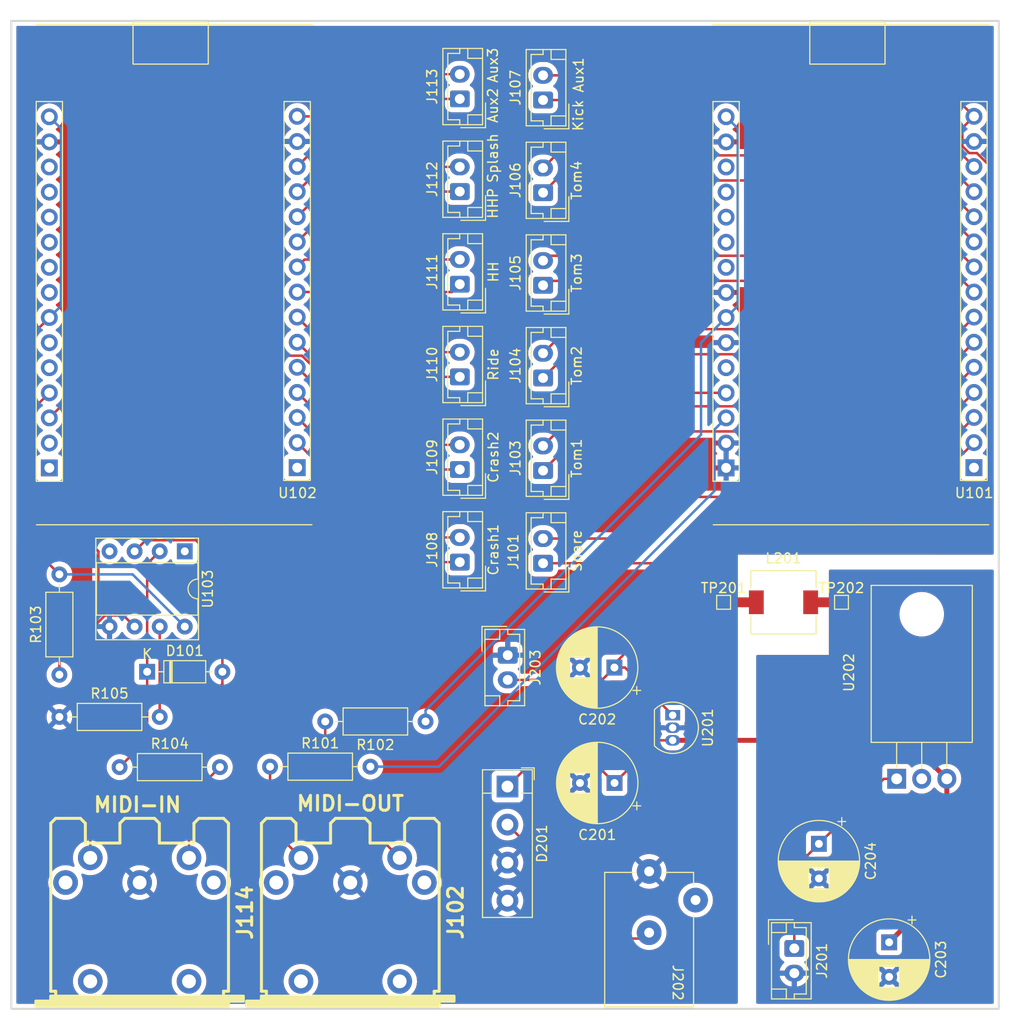
<source format=kicad_pcb>
(kicad_pcb (version 20211014) (generator pcbnew)

  (general
    (thickness 1.6)
  )

  (paper "USLetter")
  (title_block
    (title "Trigger Module")
    (date "2024-01-24")
    (rev "1")
  )

  (layers
    (0 "F.Cu" signal)
    (31 "B.Cu" signal)
    (32 "B.Adhes" user "B.Adhesive")
    (33 "F.Adhes" user "F.Adhesive")
    (34 "B.Paste" user)
    (35 "F.Paste" user)
    (36 "B.SilkS" user "B.Silkscreen")
    (37 "F.SilkS" user "F.Silkscreen")
    (38 "B.Mask" user)
    (39 "F.Mask" user)
    (40 "Dwgs.User" user "User.Drawings")
    (41 "Cmts.User" user "User.Comments")
    (42 "Eco1.User" user "User.Eco1")
    (43 "Eco2.User" user "User.Eco2")
    (44 "Edge.Cuts" user)
    (45 "Margin" user)
    (46 "B.CrtYd" user "B.Courtyard")
    (47 "F.CrtYd" user "F.Courtyard")
    (48 "B.Fab" user)
    (49 "F.Fab" user)
    (50 "User.1" user)
    (51 "User.2" user)
    (52 "User.3" user)
    (53 "User.4" user)
    (54 "User.5" user)
    (55 "User.6" user)
    (56 "User.7" user)
    (57 "User.8" user)
    (58 "User.9" user)
  )

  (setup
    (pad_to_mask_clearance 0)
    (pcbplotparams
      (layerselection 0x00010fc_ffffffff)
      (disableapertmacros false)
      (usegerberextensions false)
      (usegerberattributes true)
      (usegerberadvancedattributes true)
      (creategerberjobfile true)
      (svguseinch false)
      (svgprecision 6)
      (excludeedgelayer true)
      (plotframeref false)
      (viasonmask false)
      (mode 1)
      (useauxorigin false)
      (hpglpennumber 1)
      (hpglpenspeed 20)
      (hpglpendiameter 15.000000)
      (dxfpolygonmode true)
      (dxfimperialunits true)
      (dxfusepcbnewfont true)
      (psnegative false)
      (psa4output false)
      (plotreference true)
      (plotvalue true)
      (plotinvisibletext false)
      (sketchpadsonfab false)
      (subtractmaskfromsilk false)
      (outputformat 1)
      (mirror false)
      (drillshape 1)
      (scaleselection 1)
      (outputdirectory "")
    )
  )

  (net 0 "")
  (net 1 "Net-(D101-Pad2)")
  (net 2 "Net-(J102-Pad5)")
  (net 3 "unconnected-(J102-Pad1)")
  (net 4 "Net-(J102-Pad4)")
  (net 5 "unconnected-(J102-Pad3)")
  (net 6 "/Snare_Rim")
  (net 7 "Net-(R101-Pad2)")
  (net 8 "Net-(R103-Pad1)")
  (net 9 "Net-(R105-Pad2)")
  (net 10 "unconnected-(U101-Pad1)")
  (net 11 "unconnected-(U101-Pad18)")
  (net 12 "unconnected-(U101-Pad19)")
  (net 13 "unconnected-(U101-Pad20)")
  (net 14 "unconnected-(U101-Pad21)")
  (net 15 "unconnected-(U101-Pad22)")
  (net 16 "unconnected-(U101-Pad26)")
  (net 17 "GNDA")
  (net 18 "Net-(U101-Pad27)")
  (net 19 "/Snare_Head")
  (net 20 "ESP1-3V3")
  (net 21 "/Tom1_Rim")
  (net 22 "ESP2-3V3")
  (net 23 "Net-(D101-Pad1)")
  (net 24 "Net-(D201-Pad2)")
  (net 25 "/Tom1_Head")
  (net 26 "/Tom2_Rim")
  (net 27 "/Tom2_Head")
  (net 28 "unconnected-(U102-Pad1)")
  (net 29 "/Tom3_Rim")
  (net 30 "12V")
  (net 31 "GPIO19")
  (net 32 "unconnected-(U102-Pad18)")
  (net 33 "unconnected-(U102-Pad19)")
  (net 34 "unconnected-(U102-Pad20)")
  (net 35 "unconnected-(U102-Pad21)")
  (net 36 "unconnected-(U102-Pad22)")
  (net 37 "/Tom3_Head")
  (net 38 "unconnected-(U102-Pad26)")
  (net 39 "unconnected-(U103-Pad1)")
  (net 40 "unconnected-(U103-Pad4)")
  (net 41 "unconnected-(U202-Pad2)")
  (net 42 "/Tom4_Rim")
  (net 43 "/Tom4_Head")
  (net 44 "GND")
  (net 45 "VCC")
  (net 46 "VDDA")
  (net 47 "GPIO5")
  (net 48 "GPIO22")
  (net 49 "GPIO23")
  (net 50 "/Aux1")
  (net 51 "/Crash1_Edge")
  (net 52 "/Crash1_Bell")
  (net 53 "/Crash2_Edge")
  (net 54 "/Crash2_Bell")
  (net 55 "/Ride_Edge")
  (net 56 "/Ride_Bell")
  (net 57 "/HH_Edge")
  (net 58 "/HH_Bell")
  (net 59 "/HH_Pedal")
  (net 60 "/Splash")
  (net 61 "/Aux2")
  (net 62 "/Aux3")
  (net 63 "unconnected-(J114-Pad1)")
  (net 64 "Net-(J114-Pad4)")
  (net 65 "unconnected-(J114-Pad3)")
  (net 66 "/Kick")

  (footprint "Connector_JST:JST_EH_B2B-EH-A_1x02_P2.50mm_Vertical" (layer "F.Cu") (at 133.546688 106.224 -90))

  (footprint "Package_TO_SOT_THT:TO-92_Inline" (layer "F.Cu") (at 150.250235 112.3 -90))

  (footprint "Connector_JST:JST_EH_B2B-EH-A_1x02_P2.50mm_Vertical" (layer "F.Cu") (at 137.123913 87.5404 90))

  (footprint "Resistor_THT:R_Axial_DIN0207_L6.3mm_D2.5mm_P10.16mm_Horizontal" (layer "F.Cu") (at 109.474 117.506))

  (footprint "edrumulus:esp32_devkit_v1" (layer "F.Cu") (at 155.662 51.728))

  (footprint "Connectors_UNITRA:DIN-5" (layer "F.Cu") (at 96.266 132.238))

  (footprint "Connectors_UNITRA:DIN-5" (layer "F.Cu") (at 117.602 132.238))

  (footprint "Resistor_THT:R_Axial_DIN0207_L6.3mm_D2.5mm_P10.16mm_Horizontal" (layer "F.Cu") (at 125.222 112.934 180))

  (footprint "Diode_THT:Diode_Bridge_Vishay_KBPM" (layer "F.Cu") (at 133.516688 119.5215 -90))

  (footprint "Connector_JST:JST_EH_B2B-EH-A_1x02_P2.50mm_Vertical" (layer "F.Cu") (at 137.123913 68.7852 90))

  (footprint "Capacitor_THT:CP_Radial_D8.0mm_P3.50mm" (layer "F.Cu") (at 165.06 125.320047 -90))

  (footprint "Resistor_THT:R_Axial_DIN0207_L6.3mm_D2.5mm_P10.16mm_Horizontal" (layer "F.Cu") (at 88.138 112.474))

  (footprint "Connector_JST:JST_EH_B2B-EH-A_1x02_P2.50mm_Vertical" (layer "F.Cu") (at 128.688087 96.806 90))

  (footprint "Connector_JST:JST_EH_B2B-EH-A_1x02_P2.50mm_Vertical" (layer "F.Cu") (at 162.566 135.908275 -90))

  (footprint "Connector_JST:JST_EH_B2B-EH-A_1x02_P2.50mm_Vertical" (layer "F.Cu") (at 128.688087 68.6732 90))

  (footprint "Package_TO_SOT_THT:TO-220-3_Horizontal_TabDown" (layer "F.Cu") (at 172.934 118.736))

  (footprint "Inductor_SMD:L_6.3x6.3_H3" (layer "F.Cu") (at 161.472 100.87))

  (footprint "Connector_JST:JST_EH_B2B-EH-A_1x02_P2.50mm_Vertical" (layer "F.Cu") (at 128.688087 59.2956 90))

  (footprint "Connector:DIKAVS Barrel Jack" (layer "F.Cu") (at 143.367913 134.366 -90))

  (footprint "Connector_JST:JST_EH_B2B-EH-A_1x02_P2.50mm_Vertical" (layer "F.Cu") (at 128.688087 87.4284 90))

  (footprint "Connector_JST:JST_EH_B2B-EH-A_1x02_P2.50mm_Vertical" (layer "F.Cu") (at 137.123913 78.1628 90))

  (footprint "Package_DIP:DIP-8_W7.62mm_Socket" (layer "F.Cu") (at 100.838 95.71 -90))

  (footprint "Connector_JST:JST_EH_B2B-EH-A_1x02_P2.50mm_Vertical" (layer "F.Cu") (at 128.688087 78.0508 90))

  (footprint "Resistor_THT:R_Axial_DIN0207_L6.3mm_D2.5mm_P10.16mm_Horizontal" (layer "F.Cu") (at 94.234 117.554))

  (footprint "Capacitor_THT:CP_Radial_D8.0mm_P3.50mm" (layer "F.Cu") (at 144.360651 119.158 180))

  (footprint "TestPoint:TestPoint_Pad_1.0x1.0mm" (layer "F.Cu") (at 155.408 100.87))

  (footprint "Connector_JST:JST_EH_B2B-EH-A_1x02_P2.50mm_Vertical" (layer "F.Cu") (at 128.688087 49.918 90))

  (footprint "Capacitor_THT:CP_Radial_D8.0mm_P3.50mm" (layer "F.Cu") (at 172.172 135.285349 -90))

  (footprint "Connector_JST:JST_EH_B2B-EH-A_1x02_P2.50mm_Vertical" (layer "F.Cu") (at 137.123913 96.918 90))

  (footprint "Capacitor_THT:CP_Radial_D8.0mm_P3.50mm" (layer "F.Cu")
    (tedit 5AE50EF0) (tstamp d30e679a-13fb-48f7-a48a-5bfb23e8c5f4)
    (at 144.350839 107.474 180)
    (descr "CP, Radial series, Radial, pin pitch=3.50mm, , diameter=8mm, Electrolytic Capacitor")
    (tags "CP Radial series Radial pin pitch 3.50mm  diameter 8mm Electrolytic Capacitor")
    (property "Sheetfile" "power.kicad_sch")
    (property "Sheetname" "Power Generation")
    (path "/a7b03d05-f523-471f-9a75-10c60b4977b8/753de567-6010-4678-9a61-ec260b08ef61")
    (attr through_hole)
    (fp_text reference "C202" (at 1.75 -5.25) (layer "F.SilkS")
      (effects (font (size 1 1) (thickness 0.15)))
      (tstamp eac5ae94-26f3-4d7f-a2b7-8fa4b32168f1)
    )
    (fp_text value "1µ" (at 1.75 5.25) (layer "F.Fab")
      (effects (font (size 1 1) (thickness 0.15)))
      (tstamp a702526b-79c3-4e07-ac8f-4f729fa86a56)
    )
    (fp_text user "${REFERENCE}" (at 1.75 0) (layer "F.Fab")
      (effects (font (size 1 1) (thickness 0.15)))
      (tstamp e4b7582d-fcab-46a8-b22b-bbc81db33071)
    )
    (fp_line (start 2.951 -3.902) (end 2.951 -1.04) (layer "F.SilkS") (width 0.12) (tstamp 004333fa-5788-4c74-a99f-3f7beeaf2a8f))
    (fp_line (start 3.271 -3.79) (end 3.271 -1.04) (layer "F.SilkS") (width 0.12) (tstamp 022fa767-b37b-4444-bf89-dfde681ba071))
    (fp_line (start 2.711 1.04) (end 2.711 3.967) (layer "F.SilkS") (width 0.12) (tstamp 0412286a-c945-4c9f-a3b8-2d8e4c9c8d5c))
    (fp_line (start 3.311 -3.774) (end 3.311 -1.04) (layer "F.SilkS") (width 0.12) (tstamp 07fba45b-b06c-4dc0-9fde-0776bbc6c2b3))
    (fp_line (start 4.551 -2.983) (end 4.551 2.983) (layer "F.SilkS") (width 0.12) (tstamp 09d471b4-36c3-4778-b7c2-6757ee43f83b))
    (fp_line (start 3.391 -3.74) (end 3.391 -1.04) (layer "F.SilkS") (width 0.12) (tstamp 0aa08855-dd56-4c90-8f00-4f4771431cd1))
    (fp_line (start 2.831 -3.936) (end 2.831 -1.04) (layer "F.SilkS") (width 0.12) (tstamp 0af20de1-95c1-469a-9b24-d7a1b2ca3f78))
    (fp_line (start 4.671 -2.867) (end 4.671 2.867) (layer "F.SilkS") (width 0.12) (tstamp 10cdedbc-876e-4a80-9e01-a4bfb8bbfd2b))
    (fp_line (start 5.151 -2.287) (end 5.151 2.287) (layer "F.SilkS") (width 0.12) (tstamp 12f2c059-ba76-4b9b-8650-42814f92ada0))
    (fp_line (start 3.711 1.04) (end 3.711 3.584) (layer "F.SilkS") (width 0.12) (tstamp 1347425f-6ec5-4cce-acfb-28a54be7295d))
    (fp_line (start 2.991 1.04) (end 2.991 3.889) (layer "F.SilkS") (width 0.12) (tstamp 13532277-a8b0-4560-90ac-00e9265c2dcb))
    (fp_line (start 5.391 -1.89) (end 5.391 1.89) (layer "F.SilkS") (width 0.12) (tstamp 1373034d-22c9-425f-9f46-80668bcaf236))
    (fp_line (start 4.191 1.04) (end 4.191 3.28) (layer "F.SilkS") (width 0.12) (tstamp 1402eb39-c659-404d-a9a8-1c080b463f4b))
    (fp_line (start 1.79 -4.08) (end 1.79 4.08) (layer "F.SilkS") (width 0.12) (tstamp 1894c73b-5fc6-4220-86dd-e37ba664e7fb))
    (fp_line (start 2.511 -4.01) (end 2.511 -1.04) (layer "F.SilkS") (width 0.12) (tstamp 1d3856ac-be50-430f-85ec-df8ceeee1804))
    (fp_line (start 2.31 -4.042) (end 2.31 4.042) (layer "F.SilkS") (width 0.12) (tstamp 204730dd-64c0-43fe-9f03-7245a8cb6c5e))
    (fp_line (start 3.671 -3.606) (end 3.671 -1.04) (layer "F.SilkS") (width 0.12) (tstamp 251a2c87-c36b-4bdb-8076-2b8b65fafe23))
    (fp_line (start 4.831 -2.697) (end 4.831 2.697) (layer "F.SilkS") (width 0.12) (tstamp 26b7e342-1344-4978-ba54-45bebce684d8))
    (fp_line (start 1.87 -4.079) (end 1.87 4.079) (layer "F.SilkS") (width 0.12) (tstamp 27e3fcc9-4262-4fa8-b759-faa12d54ac0c))
    (fp_line (start 3.271 1.04) (end 3.271 3.79) (layer "F.SilkS") (width 0.12) (tstamp 295d3b0c-601c-4e6e-8395-ca368ab259c3))
    (fp_line (start 2.551 1.04) (end 2.551 4.002) (layer "F.SilkS") (width 0.12) (tstamp 2c1f77b5-f792-46f8-bb2b-aa93e4a8411c))
    (fp_line (start 3.831 1.04) (end 3.831 3.517) (layer "F.SilkS") (width 0.12) (tstamp 2cbf7e30-6853-4430-ba19-c4c5d9eb90bd))
    (fp_line (start 3.591 1.04) (end 3.591 3.647) (layer "F.SilkS") (width 0.12) (tstamp 2e3e52bc-1b77-457f-8765-168d3922414f))
    (fp_line (start 4.471 1.04) (end 4.471 3.055) (layer "F.SilkS") (width 0.12) (tstamp 2fbaed57-3b01-4300-8f7d-2b0ee6b15b52))
    (fp_line (start 2.23 -4.052) (end 2.23 4.052) (layer "F.SilkS") (width 0.12) (tstamp 3093a2bb-1d90-4234-8584-ed421c2e85a5))
    (fp_line (start 2.03 -4.071) (end 2.03 4.071) (layer "F.SilkS") (width 0.12) (tstamp 34031d3f-b227-4a5f-9dde-a664243b93a3))
    (fp_line (start 2.11 -4.065) (end 2.11 4.065) (layer "F.SilkS") (width 0.12) (tstamp 35bcca89-c093-4ad9-8b9f-c666e998d84d))
    (fp_li
... [791122 chars truncated]
</source>
